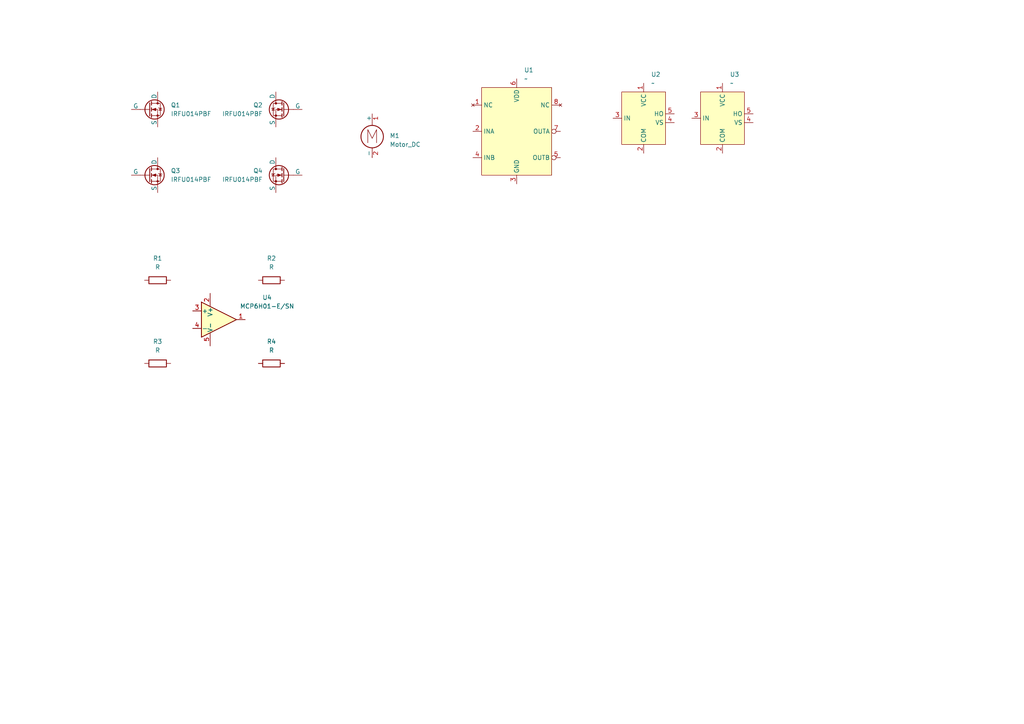
<source format=kicad_sch>
(kicad_sch (version 20250114) (generator "eeschema") (generator_version "9.0")
  (paper "A4")
  (lib_symbols
    (symbol "Current_Sense:MCP6H01-E/SN" (pin_names (offset 0.127))
      (property "Reference" "U" (at 0 5.08 0))
      (property "Value" "MCP6H01-E/SN" (at 0 -5.08 0))
      (symbol "MCP6H01-E/SN_0_1"
        (polyline (pts (xy -5.08 5.08) (xy 5.08 0) (xy -5.08 -5.08) (xy -5.08 5.08)) (stroke (width 0.254)) (fill (type background)))
      )
      (symbol "MCP6H01-E/SN_1_1"
        (pin input line (at -7.62 2.54 0) (length 2.54) (name "+") (number "3"))
        (pin input line (at -7.62 -2.54 0) (length 2.54) (name "-") (number "4"))
        (pin power_in line (at -2.54 7.62 270) (length 3.81) (name "V+") (number "2"))
        (pin power_in line (at -2.54 -7.62 90) (length 3.81) (name "V-") (number "5"))
        (pin output line (at 7.62 0 180) (length 2.54) (name "~") (number "1"))
      )
    )
    (symbol "Device:R" (pin_numbers (hide yes)) (pin_names (offset 0))
      (property "Reference" "R" (at 2.032 0 90))
      (property "Value" "R" (at 0 0 90))
      (symbol "R_0_1"
        (rectangle (start -1.016 -2.54) (end 1.016 2.54) (stroke (width 0.254)))
      )
      (symbol "R_1_1"
        (pin passive line (at 0 3.81 270) (length 1.27) (name "~") (number "1"))
        (pin passive line (at 0 -3.81 90) (length 1.27) (name "~") (number "2"))
      )
    )
    (symbol "Gate_Drivers:FAN3213TMX"
      (property "Reference" "U" (at 23.876 -20.066 0))
      (symbol "FAN3213TMX_1_1"
        (rectangle (start 5.08 7.62) (end 25.4 -17.78) (fill (type background)))
        (pin no_connect line (at 2.54 2.54 0) (length 2.54) (name "NC") (number "1"))
        (pin input line (at 2.54 -5.08 0) (length 2.54) (name "INA") (number "2"))
        (pin input line (at 2.54 -12.7 0) (length 2.54) (name "INB") (number "4"))
        (pin power_in line (at 15.24 10.16 270) (length 2.54) (name "VDD") (number "6"))
        (pin power_in line (at 15.24 -20.32 90) (length 2.54) (name "GND") (number "3"))
        (pin no_connect line (at 27.94 2.54 180) (length 2.54) (name "NC") (number "8"))
        (pin output inverted (at 27.94 -5.08 180) (length 2.54) (name "OUTA") (number "7"))
        (pin output inverted (at 27.94 -12.7 180) (length 2.54) (name "OUTB") (number "5"))
      )
    )
    (symbol "Gate_Drivers:IRS20752LPBF"
      (property "Reference" "U" (at 6.858 -18.796 0))
      (symbol "IRS20752LPBF_1_1"
        (rectangle (start -5.08 -1.27) (end 7.62 -16.51) (fill (type background)))
        (pin input line (at -7.62 -8.89 0) (length 2.54) (name "IN") (number "3"))
        (pin power_in line (at 1.27 1.27 270) (length 2.54) (name "VCC") (number "1"))
        (pin power_in line (at 1.27 -19.05 90) (length 2.54) (name "COM") (number "2"))
        (pin output line (at 10.16 -7.62 180) (length 2.54) (name "HO") (number "5"))
        (pin output line (at 10.16 -10.16 180) (length 2.54) (name "VS") (number "4"))
      )
    )
    (symbol "Mosfets:IRFU014PBF" (pin_numbers (hide yes)) (pin_names (offset 0))
      (property "Reference" "Q" (at 5.08 1.27 0))
      (property "Value" "IRFU014PBF" (at 5.08 -1.27 0))
      (symbol "IRFU014PBF_0_1"
        (polyline (pts (xy 0.254 1.905) (xy 0.254 -1.905)) (stroke (width 0.254)))
        (polyline (pts (xy 0.254 0) (xy -2.54 0)))
        (polyline (pts (xy 0.762 2.286) (xy 0.762 1.27)) (stroke (width 0.254)))
        (polyline (pts (xy 0.762 0.508) (xy 0.762 -0.508)) (stroke (width 0.254)))
        (polyline (pts (xy 0.762 -1.27) (xy 0.762 -2.286)) (stroke (width 0.254)))
        (polyline (pts (xy 0.762 -1.778) (xy 3.302 -1.778) (xy 3.302 1.778) (xy 0.762 1.778)))
        (polyline (pts (xy 1.016 0) (xy 2.032 0.381) (xy 2.032 -0.381) (xy 1.016 0)) (fill (type outline)))
        (circle (center 1.651 0) (radius 2.794) (stroke (width 0.254)))
        (polyline (pts (xy 2.54 2.54) (xy 2.54 1.778)))
        (circle (center 2.54 1.778) (radius 0.254) (fill (type outline)))
        (circle (center 2.54 -1.778) (radius 0.254) (fill (type outline)))
        (polyline (pts (xy 2.54 -2.54) (xy 2.54 0) (xy 0.762 0)))
        (polyline (pts (xy 2.794 0.508) (xy 2.921 0.381) (xy 3.683 0.381) (xy 3.81 0.254)))
        (polyline (pts (xy 3.302 0.381) (xy 2.921 -0.254) (xy 3.683 -0.254) (xy 3.302 0.381)))
      )
      (symbol "IRFU014PBF_1_1"
        (pin input line (at -5.08 0 0) (length 2.54) (name "G") (number "2"))
        (pin passive line (at 2.54 5.08 270) (length 2.54) (name "D") (number "1"))
        (pin passive line (at 2.54 -5.08 90) (length 2.54) (name "S") (number "3"))
      )
    )
    (symbol "Motor:Motor_DC" (pin_names (offset 0))
      (property "Reference" "M" (at 2.54 2.54 0))
      (property "Value" "Motor_DC" (at 2.54 -5.08 0))
      (symbol "Motor_DC_0_0"
        (polyline (pts (xy -1.27 -3.302) (xy -1.27 0.508) (xy 0 -2.032) (xy 1.27 0.508) (xy 1.27 -3.302)))
      )
      (symbol "Motor_DC_0_1"
        (polyline (pts (xy 0 2.032) (xy 0 2.54)))
        (polyline (pts (xy 0 1.7272) (xy 0 2.0828)))
        (circle (center 0 -1.524) (radius 3.2512) (stroke (width 0.254)))
        (polyline (pts (xy 0 -4.7752) (xy 0 -5.1816)))
        (polyline (pts (xy 0 -7.62) (xy 0 -7.112)))
      )
      (symbol "Motor_DC_1_1"
        (pin passive line (at 0 5.08 270) (length 2.54) (name "+") (number "1"))
        (pin passive line (at 0 -7.62 90) (length 2.54) (name "-") (number "2"))
      )
    )
  )
  (symbol (lib_id "Current_Sense:MCP6H01-E/SN") (at 63.5 92.71 0) (unit 1)
    (property "Reference" "U4" (at 77.47 86.2898 0))
    (property "Value" "MCP6H01-E/SN" (at 77.47 88.8298 0))
    (property "Footprint" "Package_TO_SOT_SMD:SOT-23-5" (effects (hide yes)))
    (property "Datasheet" "https://ww1.microchip.com/downloads/aemDocuments/documents/MSLD/ProductDocuments/DataSheets/MCP6L91-1R-2-4-Data-Sheet-DS20002141C.pdf" (effects (hide yes)))
    (property "Description" "10 MHz, 850 µA Op Amps, SOT-23-5" (effects (hide yes)))
  )
  (symbol (lib_id "Mosfets:IRFU014PBF") (at 82.55 31.75 0) (mirror y) (unit 1)
    (property "Reference" "Q2" (at 76.2 30.4799 0) (effects (justify left)))
    (property "Value" "IRFU014PBF" (at 76.2 33.0199 0) (effects (justify left)))
    (property "Datasheet" "https://ngspice.sourceforge.io/docs/ngspice-html-manual/manual.xhtml#cha_MOSFETs" (effects (hide yes)))
    (property "Description" "N-MOSFET transistor, drain/source/gate" (effects (hide yes)))
    (property "Sim.Device" "NMOS" (effects (hide yes)))
    (property "Sim.Type" "VDMOS" (effects (hide yes)))
    (property "Sim.Pins" "1=D 2=G 3=S" (effects (hide yes)))
  )
  (symbol (lib_id "Gate_Drivers:IRS20752LPBF") (at 185.42 25.4 0) (unit 1)
    (property "Reference" "U2" (at 188.8333 21.59 0) (effects (justify left)))
    (property "Value" "~" (at 188.8333 24.13 0) (effects (justify left)))
  )
  (symbol (lib_id "Motor:Motor_DC") (at 107.95 38.1 0) (unit 1)
    (property "Reference" "M1" (at 113.03 39.3699 0) (effects (justify left)))
    (property "Value" "Motor_DC" (at 113.03 41.9099 0) (effects (justify left)))
    (property "Description" "DC Motor" (effects (hide yes)))
  )
  (symbol (lib_id "Mosfets:IRFU014PBF") (at 43.18 50.8 0) (unit 1)
    (property "Reference" "Q3" (at 49.53 49.5299 0) (effects (justify left)))
    (property "Value" "IRFU014PBF" (at 49.53 52.0699 0) (effects (justify left)))
    (property "Datasheet" "https://ngspice.sourceforge.io/docs/ngspice-html-manual/manual.xhtml#cha_MOSFETs" (effects (hide yes)))
    (property "Description" "N-MOSFET transistor, drain/source/gate" (effects (hide yes)))
    (property "Sim.Device" "NMOS" (effects (hide yes)))
    (property "Sim.Type" "VDMOS" (effects (hide yes)))
    (property "Sim.Pins" "1=D 2=G 3=S" (effects (hide yes)))
  )
  (symbol (lib_id "Device:R") (at 45.72 81.28 90) (unit 1)
    (property "Reference" "R1" (at 45.72 74.93 90))
    (property "Value" "R" (at 45.72 77.47 90))
    (property "Description" "Resistor" (effects (hide yes)))
  )
  (symbol (lib_id "Mosfets:IRFU014PBF") (at 82.55 50.8 0) (mirror y) (unit 1)
    (property "Reference" "Q4" (at 76.2 49.5299 0) (effects (justify left)))
    (property "Value" "IRFU014PBF" (at 76.2 52.0699 0) (effects (justify left)))
    (property "Datasheet" "https://ngspice.sourceforge.io/docs/ngspice-html-manual/manual.xhtml#cha_MOSFETs" (effects (hide yes)))
    (property "Description" "N-MOSFET transistor, drain/source/gate" (effects (hide yes)))
    (property "Sim.Device" "NMOS" (effects (hide yes)))
    (property "Sim.Type" "VDMOS" (effects (hide yes)))
    (property "Sim.Pins" "1=D 2=G 3=S" (effects (hide yes)))
  )
  (symbol (lib_id "Device:R") (at 78.74 105.41 90) (unit 1)
    (property "Reference" "R4" (at 78.74 99.06 90))
    (property "Value" "R" (at 78.74 101.6 90))
    (property "Description" "Resistor" (effects (hide yes)))
  )
  (symbol (lib_id "Gate_Drivers:FAN3213TMX") (at 134.62 33.02 0) (unit 1)
    (property "Reference" "U1" (at 152.0033 20.32 0) (effects (justify left)))
    (property "Value" "~" (at 152.0033 22.86 0) (effects (justify left)))
  )
  (symbol (lib_id "Mosfets:IRFU014PBF") (at 43.18 31.75 0) (unit 1)
    (property "Reference" "Q1" (at 49.53 30.4799 0) (effects (justify left)))
    (property "Value" "IRFU014PBF" (at 49.53 33.0199 0) (effects (justify left)))
    (property "Datasheet" "https://ngspice.sourceforge.io/docs/ngspice-html-manual/manual.xhtml#cha_MOSFETs" (effects (hide yes)))
    (property "Description" "N-MOSFET transistor, drain/source/gate" (effects (hide yes)))
    (property "Sim.Device" "NMOS" (effects (hide yes)))
    (property "Sim.Type" "VDMOS" (effects (hide yes)))
    (property "Sim.Pins" "1=D 2=G 3=S" (effects (hide yes)))
  )
  (symbol (lib_id "Device:R") (at 78.74 81.28 90) (unit 1)
    (property "Reference" "R2" (at 78.74 74.93 90))
    (property "Value" "R" (at 78.74 77.47 90))
    (property "Description" "Resistor" (effects (hide yes)))
  )
  (symbol (lib_id "Device:R") (at 45.72 105.41 90) (unit 1)
    (property "Reference" "R3" (at 45.72 99.06 90))
    (property "Value" "R" (at 45.72 101.6 90))
    (property "Description" "Resistor" (effects (hide yes)))
  )
  (symbol (lib_id "Gate_Drivers:IRS20752LPBF") (at 208.28 25.4 0) (unit 1)
    (property "Reference" "U3" (at 211.6933 21.59 0) (effects (justify left)))
    (property "Value" "~" (at 211.6933 24.13 0) (effects (justify left)))
  )
)
</source>
